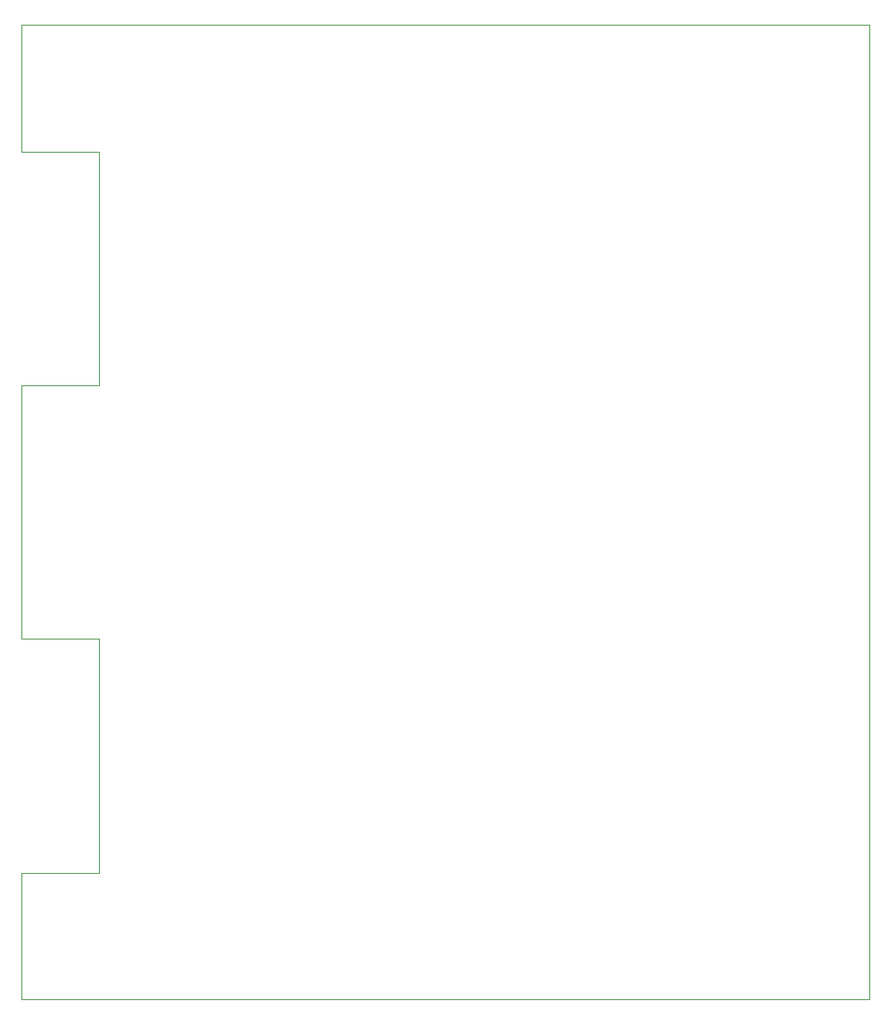
<source format=gbr>
G04 #@! TF.GenerationSoftware,KiCad,Pcbnew,(5.0.0-rc2-60-gbfa89039c)*
G04 #@! TF.CreationDate,2019-08-02T13:48:58+03:00*
G04 #@! TF.ProjectId,ModelPCB,4D6F64656C5043422E6B696361645F70,rev?*
G04 #@! TF.SameCoordinates,Original*
G04 #@! TF.FileFunction,Legend,Bot*
G04 #@! TF.FilePolarity,Positive*
%FSLAX46Y46*%
G04 Gerber Fmt 4.6, Leading zero omitted, Abs format (unit mm)*
G04 Created by KiCad (PCBNEW (5.0.0-rc2-60-gbfa89039c)) date 08/02/19 13:48:58*
%MOMM*%
%LPD*%
G01*
G04 APERTURE LIST*
%ADD10C,0.050000*%
G04 APERTURE END LIST*
D10*
X162300000Y-150900000D02*
X162300000Y-126900000D01*
X154300000Y-126900000D02*
X154300000Y-113900000D01*
X162300000Y-126900000D02*
X154300000Y-126900000D01*
X154300000Y-150900000D02*
X162300000Y-150900000D01*
X154300000Y-163900000D02*
X154300000Y-150900000D01*
X241300000Y-163900000D02*
X241300000Y-113900000D01*
X241300000Y-163900000D02*
X154300000Y-163900000D01*
X154300000Y-63900000D02*
X241300000Y-63900000D01*
X154300000Y-113900000D02*
X154300000Y-100900000D01*
X154300000Y-76900000D02*
X154300000Y-63900000D01*
X162300000Y-76900000D02*
X154300000Y-76900000D01*
X162300000Y-100900000D02*
X162300000Y-76900000D01*
X154300000Y-100900000D02*
X162300000Y-100900000D01*
X241300000Y-113900000D02*
X241300000Y-63900000D01*
M02*

</source>
